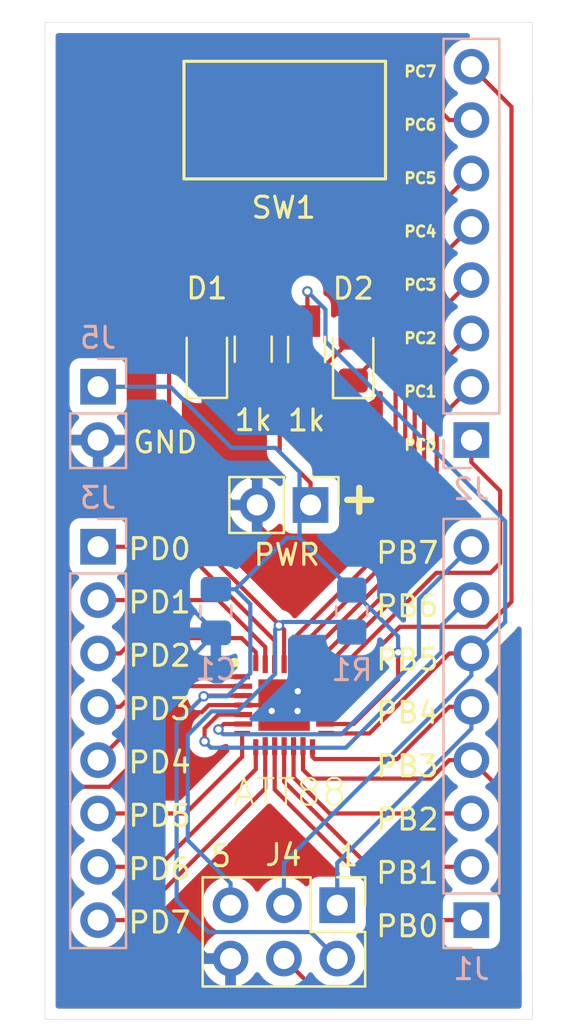
<source format=kicad_pcb>
(kicad_pcb (version 20201116) (generator pcbnew)
  (title_block (title "Breakout board for ATTiny 88") (date "2020-12-09") (rev "V 1.0.0.1") (comment 3 "License: Mozilla Public License 2.0") (comment 4 "Author: John Varghese"))
  (layers (0 "F.Cu" signal) (31 "B.Cu" signal) (34 "B.Paste" user) (35 "F.Paste" user) (36 "B.SilkS" user "B.Silkscreen") (37 "F.SilkS" user "F.Silkscreen") (38 "B.Mask" user) (39 "F.Mask" user) (44 "Edge.Cuts" user))
  (net 0 "")
  (net 1 "GND")
  (net 2 "VCC")
  (net 3 "Net-(D1-Pad2)")
  (net 4 "Net-(D2-Pad2)")
  (net 5 "PC3")
  (net 6 "PC2")
  (net 7 "PC1")
  (net 8 "PC0")
  (net 9 "PB7")
  (net 10 "PB6")
  (net 11 "PC6")
  (net 12 "MISO")
  (net 13 "MOSI")
  (net 14 "PB2")
  (net 15 "PB1")
  (net 16 "PB0")
  (net 17 "PB5")
  (net 18 "PD7")
  (net 19 "PD6")
  (net 20 "PD5")
  (net 21 "PD4")
  (net 22 "PD3")
  (net 23 "PD2")
  (net 24 "PD1")
  (net 25 "PD0")
  (net 26 "PC7")
  (net 27 "PC5")
  (net 28 "PC4")
  (footprint "LED_SMD:LED_0805_2012Metric_Pad1.15x1.40mm_HandSolder" (layer "F.Cu") (at 151.76 96.06 90)
    (fp_text reference "D2" (at 3.35438 0) (layer "F.SilkS"))
    (fp_text value "LED")
    (fp_line (start -1.86 -0.96) (end -1.86 0.96) (layer "F.SilkS") (width 0.12))
    (fp_line (start 1 -0.96) (end -1.86 -0.96) (layer "F.SilkS") (width 0.12))
    (fp_line (start -1.86 0.96) (end 1 0.96) (layer "F.SilkS") (width 0.12))
    (pad "1" smd roundrect (at -1.025 0 90) (size 1.15 1.4) (layers "F.Cu" "F.Paste" "F.Mask") (roundrect_rratio 0.217391) (net 1 "GND"))
    (pad "2" smd roundrect (at 1.025 0 90) (size 1.15 1.4) (layers "F.Cu" "F.Paste" "F.Mask") (roundrect_rratio 0.217391) (net 4 "Net-(D2-Pad2)"))
  )
  (footprint "Connector_PinHeader_2.54mm:PinHeader_2x03_P2.54mm_Vertical" (layer "F.Cu") (at 151 122.07 -90)
    (fp_text reference "J4" (at -2.39 2.56) (layer "F.SilkS"))
    (fp_text value "AVR-ISP-6")
    (fp_line (start -1.33 1.27) (end -1.33 6.41) (layer "F.SilkS") (width 0.12))
    (fp_line (start 1.27 1.27) (end 1.27 -1.33) (layer "F.SilkS") (width 0.12))
    (fp_line (start -1.33 -1.33) (end 0 -1.33) (layer "F.SilkS") (width 0.12))
    (fp_line (start -1.33 1.27) (end 1.27 1.27) (layer "F.SilkS") (width 0.12))
    (fp_line (start 3.87 -1.33) (end 3.87 6.41) (layer "F.SilkS") (width 0.12))
    (fp_line (start 1.27 -1.33) (end 3.87 -1.33) (layer "F.SilkS") (width 0.12))
    (fp_line (start -1.33 6.41) (end 3.87 6.41) (layer "F.SilkS") (width 0.12))
    (fp_line (start -1.33 0) (end -1.33 -1.33) (layer "F.SilkS") (width 0.12))
    (pad "1" thru_hole rect (at 0 0 270) (size 1.7 1.7) (drill 1) (layers *.Cu *.Mask) (net 12 "MISO"))
    (pad "2" thru_hole oval (at 2.54 0 270) (size 1.7 1.7) (drill 1) (layers *.Cu *.Mask) (net 2 "VCC"))
    (pad "3" thru_hole oval (at 0 2.54 270) (size 1.7 1.7) (drill 1) (layers *.Cu *.Mask) (net 17 "PB5"))
    (pad "4" thru_hole oval (at 2.54 2.54 270) (size 1.7 1.7) (drill 1) (layers *.Cu *.Mask) (net 13 "MOSI"))
    (pad "5" thru_hole oval (at 0 5.08 270) (size 1.7 1.7) (drill 1) (layers *.Cu *.Mask) (net 11 "PC6"))
    (pad "6" thru_hole oval (at 2.54 5.08 270) (size 1.7 1.7) (drill 1) (layers *.Cu *.Mask) (net 1 "GND"))
  )
  (footprint "Resistors_SMD:R_0805_HandSoldering" (layer "F.Cu") (at 147 95.59 -90)
    (fp_text reference "R2")
    (fp_text value "1k" (at 3.37688 -0.001746) (layer "F.SilkS"))
    (fp_line (start -0.6 -0.88) (end 0.6 -0.88) (layer "F.SilkS") (width 0.12))
    (fp_line (start 0.6 0.88) (end -0.6 0.88) (layer "F.SilkS") (width 0.12))
    (pad "1" smd rect (at -1.35 0 270) (size 1.5 1.3) (layers "F.Cu" "F.Paste" "F.Mask") (net 2 "VCC"))
    (pad "2" smd rect (at 1.35 0 270) (size 1.5 1.3) (layers "F.Cu" "F.Paste" "F.Mask") (net 3 "Net-(D1-Pad2)"))
  )
  (footprint "rest_switch:push_button_switch" (layer "F.Cu") (at 148.5 84.68 180)
    (fp_text reference "SW1" (at 0.05 -4.17 180) (layer "F.SilkS"))
    (fp_text value "SW")
    (fp_line (start 4.8 2.8) (end 4.8 -2.8) (layer "F.SilkS") (width 0.15))
    (fp_line (start -4.8 2.8) (end 4.8 2.8) (layer "F.SilkS") (width 0.15))
    (fp_line (start -4.8 -2.8) (end 4.8 -2.8) (layer "F.SilkS") (width 0.15))
    (fp_line (start -4.8 -2.8) (end -4.8 2.8) (layer "F.SilkS") (width 0.15))
    (pad "1" smd rect (at -3.9 0 180) (size 1.5 1.4) (layers "F.Cu" "F.Paste" "F.Mask") (net 1 "GND"))
    (pad "2" smd rect (at 3.9 0 180) (size 1.5 1.4) (layers "F.Cu" "F.Paste" "F.Mask") (net 11 "PC6"))
    (pad "3" smd rect (at -3.2 -2.075 180) (size 1 1.15) (layers "F.Cu" "F.Paste" "F.Mask"))
    (pad "4" smd rect (at 3.2 2.075 180) (size 1 1.15) (layers "F.Cu" "F.Paste" "F.Mask"))
  )
  (footprint "SamacSys_Parts:QFN45P400X400X100-29N-D" (layer "F.Cu") (at 148.47 112.54)
    (fp_text reference "U1")
    (fp_text value "ATT88" (at 0.27 4.16) (layer "F.SilkS") (effects (font (size 1.27 1.27) (thickness 0.1016))))
    (fp_circle (center -2.3745 -2.025) (end -2.3745 -1.9125) (layer "F.SilkS") (width 0.225) (fill none))
    (pad "1" smd rect (at -2 -1.35 90) (size 0.25 0.75) (layers "F.Cu" "F.Paste" "F.Mask") (net 22 "PD3"))
    (pad "2" smd rect (at -1.95 -0.9 90) (size 0.25 0.85) (layers "F.Cu" "F.Paste" "F.Mask") (net 21 "PD4"))
    (pad "3" smd rect (at -1.95 -0.45 90) (size 0.25 0.85) (layers "F.Cu" "F.Paste" "F.Mask") (net 2 "VCC"))
    (pad "4" smd rect (at -1.95 0 90) (size 0.25 0.85) (layers "F.Cu" "F.Paste" "F.Mask") (net 1 "GND"))
    (pad "5" smd rect (at -1.95 0.45 90) (size 0.25 0.85) (layers "F.Cu" "F.Paste" "F.Mask") (net 10 "PB6"))
    (pad "6" smd rect (at -1.95 0.9 90) (size 0.25 0.85) (layers "F.Cu" "F.Paste" "F.Mask") (net 9 "PB7"))
    (pad "7" smd rect (at -2 1.35 90) (size 0.25 0.75) (layers "F.Cu" "F.Paste" "F.Mask") (net 20 "PD5"))
    (pad "8" smd rect (at -1.35 2) (size 0.25 0.75) (layers "F.Cu" "F.Paste" "F.Mask") (net 19 "PD6"))
    (pad "9" smd rect (at -0.9 1.95) (size 0.25 0.85) (layers "F.Cu" "F.Paste" "F.Mask") (net 18 "PD7"))
    (pad "10" smd rect (at -0.45 1.95) (size 0.25 0.85) (layers "F.Cu" "F.Paste" "F.Mask") (net 16 "PB0"))
    (pad "11" smd rect (at 0 1.95) (size 0.25 0.85) (layers "F.Cu" "F.Paste" "F.Mask") (net 15 "PB1"))
    (pad "12" smd rect (at 0.45 1.95) (size 0.25 0.85) (layers "F.Cu" "F.Paste" "F.Mask") (net 14 "PB2"))
    (pad "13" smd rect (at 0.9 1.95) (size 0.25 0.85) (layers "F.Cu" "F.Paste" "F.Mask") (net 13 "MOSI"))
    (pad "14" smd rect (at 1.35 2) (size 0.25 0.75) (layers "F.Cu" "F.Paste" "F.Mask") (net 12 "MISO"))
    (pad "15" smd rect (at 2 1.35 90) (size 0.25 0.75) (layers "F.Cu" "F.Paste" "F.Mask") (net 17 "PB5"))
    (pad "16" smd rect (at 1.95 0.9 90) (size 0.25 0.85) (layers "F.Cu" "F.Paste" "F.Mask") (net 2 "VCC"))
    (pad "17" smd rect (at 1.95 0.45 90) (size 0.25 0.85) (layers "F.Cu" "F.Paste" "F.Mask") (net 26 "PC7"))
    (pad "18" smd rect (at 1.95 0 90) (size 0.25 0.85) (layers "F.Cu" "F.Paste" "F.Mask") (net 1 "GND"))
    (pad "19" smd rect (at 1.95 -0.45 90) (size 0.25 0.85) (layers "F.Cu" "F.Paste" "F.Mask") (net 8 "PC0"))
    (pad "20" smd rect (at 1.95 -0.9 90) (size 0.25 0.85) (layers "F.Cu" "F.Paste" "F.Mask") (net 7 "PC1"))
    (pad "21" smd rect (at 2 -1.35 90) (size 0.25 0.75) (layers "F.Cu" "F.Paste" "F.Mask") (net 6 "PC2"))
    (pad "22" smd rect (at 1.35 -2) (size 0.25 0.75) (layers "F.Cu" "F.Paste" "F.Mask") (net 5 "PC3"))
    (pad "23" smd rect (at 0.9 -1.95) (size 0.25 0.85) (layers "F.Cu" "F.Paste" "F.Mask") (net 28 "PC4"))
    (pad "24" smd rect (at 0.45 -1.95) (size 0.25 0.85) (layers "F.Cu" "F.Paste" "F.Mask") (net 27 "PC5"))
    (pad "25" smd rect (at 0 -1.95) (size 0.25 0.85) (layers "F.Cu" "F.Paste" "F.Mask") (net 11 "PC6"))
    (pad "26" smd rect (at -0.45 -1.95) (size 0.25 0.85) (layers "F.Cu" "F.Paste" "F.Mask") (net 25 "PD0"))
    (pad "27" smd rect (at -0.9 -1.95) (size 0.25 0.85) (layers "F.Cu" "F.Paste" "F.Mask") (net 24 "PD1"))
    (pad "28" smd rect (at -1.35 -2) (size 0.25 0.75) (layers "F.Cu" "F.Paste" "F.Mask") (net 23 "PD2"))
    (pad "29" smd rect (at 0 0) (size 2.45 2.45) (layers "F.Cu" "F.Paste" "F.Mask") (net 1 "GND"))
  )
  (footprint "LED_SMD:LED_0805_2012Metric_Pad1.15x1.40mm_HandSolder" (layer "F.Cu") (at 144.79 96.05 90)
    (fp_text reference "D1" (at 3.35438 0) (layer "F.SilkS"))
    (fp_text value "LED")
    (fp_line (start 1 -0.96) (end -1.86 -0.96) (layer "F.SilkS") (width 0.12))
    (fp_line (start -1.86 -0.96) (end -1.86 0.96) (layer "F.SilkS") (width 0.12))
    (fp_line (start -1.86 0.96) (end 1 0.96) (layer "F.SilkS") (width 0.12))
    (pad "1" smd roundrect (at -1.025 0 90) (size 1.15 1.4) (layers "F.Cu" "F.Paste" "F.Mask") (roundrect_rratio 0.217391) (net 1 "GND"))
    (pad "2" smd roundrect (at 1.025 0 90) (size 1.15 1.4) (layers "F.Cu" "F.Paste" "F.Mask") (roundrect_rratio 0.217391) (net 3 "Net-(D1-Pad2)"))
  )
  (footprint "Resistors_SMD:R_0805_HandSoldering" (layer "F.Cu") (at 149.54 95.605 -90)
    (fp_text reference "R3")
    (fp_text value "1k" (at 3.37688 0.001746) (layer "F.SilkS"))
    (fp_line (start -0.6 -0.88) (end 0.6 -0.88) (layer "F.SilkS") (width 0.12))
    (fp_line (start 0.6 0.88) (end -0.6 0.88) (layer "F.SilkS") (width 0.12))
    (pad "1" smd rect (at -1.35 0 270) (size 1.5 1.3) (layers "F.Cu" "F.Paste" "F.Mask") (net 17 "PB5"))
    (pad "2" smd rect (at 1.35 0 270) (size 1.5 1.3) (layers "F.Cu" "F.Paste" "F.Mask") (net 4 "Net-(D2-Pad2)"))
  )
  (footprint "Connector_PinHeader_2.54mm:PinHeader_1x02_P2.54mm_Vertical" (layer "F.Cu") (at 149.73 103.01 -90)
    (fp_text reference "J6")
    (fp_text value "Conn_01x02")
    (fp_text user "PWR" (at 2.37 1.13) (layer "F.SilkS"))
    (fp_line (start -1.33 3.87) (end 1.33 3.87) (layer "F.SilkS") (width 0.12))
    (fp_line (start -1.33 1.27) (end 1.33 1.27) (layer "F.SilkS") (width 0.12))
    (fp_line (start 1.33 1.27) (end 1.33 3.87) (layer "F.SilkS") (width 0.12))
    (fp_line (start -1.33 0) (end -1.33 -1.33) (layer "F.SilkS") (width 0.12))
    (fp_line (start -1.33 1.27) (end -1.33 3.87) (layer "F.SilkS") (width 0.12))
    (fp_line (start -1.33 -1.33) (end 0 -1.33) (layer "F.SilkS") (width 0.12))
    (pad "1" thru_hole rect (at 0 0 270) (size 1.7 1.7) (drill 1) (layers *.Cu *.Mask) (net 2 "VCC"))
    (pad "2" thru_hole oval (at 0 2.54 270) (size 1.7 1.7) (drill 1) (layers *.Cu *.Mask) (net 1 "GND"))
  )
  (footprint "Capacitor_SMD:C_0805_2012Metric_Pad1.18x1.45mm_HandSolder" (layer "B.Cu") (at 145.22 108.06 90)
    (fp_text reference "C1" (at -2.78 0.005) (layer "B.SilkS") (effects (justify mirror)))
    (fp_text value "0.1uF")
    (fp_line (start -0.261252 0.735) (end 0.261252 0.735) (layer "B.SilkS") (width 0.12))
    (fp_line (start -0.261252 -0.735) (end 0.261252 -0.735) (layer "B.SilkS") (width 0.12))
    (pad "1" smd roundrect (at -1.0375 0 90) (size 1.175 1.45) (layers "B.Cu" "B.Paste" "B.Mask") (roundrect_rratio 0.212766) (net 1 "GND"))
    (pad "2" smd roundrect (at 1.0375 0 90) (size 1.175 1.45) (layers "B.Cu" "B.Paste" "B.Mask") (roundrect_rratio 0.212766) (net 2 "VCC"))
  )
  (footprint "Connector_PinHeader_2.54mm:PinHeader_1x08_P2.54mm_Vertical" (layer "B.Cu") (at 157.39 122.78)
    (fp_text reference "J1" (at 0 2.33 180) (layer "B.SilkS") (effects (justify mirror)))
    (fp_text value "Conn_01x08")
    (fp_line (start -1.33 -19.11) (end 1.33 -19.11) (layer "B.SilkS") (width 0.12))
    (fp_line (start -1.33 1.33) (end 0 1.33) (layer "B.SilkS") (width 0.12))
    (fp_line (start -1.33 -1.27) (end 1.33 -1.27) (layer "B.SilkS") (width 0.12))
    (fp_line (start -1.33 -1.27) (end -1.33 -19.11) (layer "B.SilkS") (width 0.12))
    (fp_line (start -1.33 0) (end -1.33 1.33) (layer "B.SilkS") (width 0.12))
    (fp_line (start 1.33 -1.27) (end 1.33 -19.11) (layer "B.SilkS") (width 0.12))
    (pad "1" thru_hole rect (at 0 0) (size 1.7 1.7) (drill 1) (layers *.Cu *.Mask) (net 16 "PB0"))
    (pad "2" thru_hole oval (at 0 -2.54) (size 1.7 1.7) (drill 1) (layers *.Cu *.Mask) (net 15 "PB1"))
    (pad "3" thru_hole oval (at 0 -5.08) (size 1.7 1.7) (drill 1) (layers *.Cu *.Mask) (net 14 "PB2"))
    (pad "4" thru_hole oval (at 0 -7.62) (size 1.7 1.7) (drill 1) (layers *.Cu *.Mask) (net 13 "MOSI"))
    (pad "5" thru_hole oval (at 0 -10.16) (size 1.7 1.7) (drill 1) (layers *.Cu *.Mask) (net 12 "MISO"))
    (pad "6" thru_hole oval (at 0 -12.7) (size 1.7 1.7) (drill 1) (layers *.Cu *.Mask) (net 17 "PB5"))
    (pad "7" thru_hole oval (at 0 -15.24) (size 1.7 1.7) (drill 1) (layers *.Cu *.Mask) (net 10 "PB6"))
    (pad "8" thru_hole oval (at 0 -17.78) (size 1.7 1.7) (drill 1) (layers *.Cu *.Mask) (net 9 "PB7"))
  )
  (footprint "Resistor_SMD:R_0805_2012Metric_Pad1.20x1.40mm_HandSolder" (layer "B.Cu") (at 151.69 108.06 -90)
    (fp_text reference "R1" (at 2.81 -0.01) (layer "B.SilkS") (effects (justify mirror)))
    (fp_text value "10k")
    (fp_line (start -0.227064 -0.735) (end 0.227064 -0.735) (layer "B.SilkS") (width 0.12))
    (fp_line (start -0.227064 0.735) (end 0.227064 0.735) (layer "B.SilkS") (width 0.12))
    (pad "1" smd roundrect (at -1 0 270) (size 1.2 1.4) (layers "B.Cu" "B.Paste" "B.Mask") (roundrect_rratio 0.208333) (net 2 "VCC"))
    (pad "2" smd roundrect (at 1 0 270) (size 1.2 1.4) (layers "B.Cu" "B.Paste" "B.Mask") (roundrect_rratio 0.208333) (net 11 "PC6"))
  )
  (footprint "Connector_PinHeader_2.54mm:PinHeader_1x08_P2.54mm_Vertical" (layer "B.Cu") (at 157.39 99.92)
    (fp_text reference "J2" (at 0 2.33 180) (layer "B.SilkS") (effects (justify mirror)))
    (fp_text value "Conn_01x08")
    (fp_line (start -1.33 1.33) (end 0 1.33) (layer "B.SilkS") (width 0.12))
    (fp_line (start -1.33 -19.11) (end 1.33 -19.11) (layer "B.SilkS") (width 0.12))
    (fp_line (start 1.33 -1.27) (end 1.33 -19.11) (layer "B.SilkS") (width 0.12))
    (fp_line (start -1.33 -1.27) (end -1.33 -19.11) (layer "B.SilkS") (width 0.12))
    (fp_line (start -1.33 -1.27) (end 1.33 -1.27) (layer "B.SilkS") (width 0.12))
    (fp_line (start -1.33 0) (end -1.33 1.33) (layer "B.SilkS") (width 0.12))
    (pad "1" thru_hole rect (at 0 0) (size 1.7 1.7) (drill 1) (layers *.Cu *.Mask) (net 8 "PC0"))
    (pad "2" thru_hole oval (at 0 -2.54) (size 1.7 1.7) (drill 1) (layers *.Cu *.Mask) (net 7 "PC1"))
    (pad "3" thru_hole oval (at 0 -5.08) (size 1.7 1.7) (drill 1) (layers *.Cu *.Mask) (net 6 "PC2"))
    (pad "4" thru_hole oval (at 0 -7.62) (size 1.7 1.7) (drill 1) (layers *.Cu *.Mask) (net 5 "PC3"))
    (pad "5" thru_hole oval (at 0 -10.16) (size 1.7 1.7) (drill 1) (layers *.Cu *.Mask) (net 28 "PC4"))
    (pad "6" thru_hole oval (at 0 -12.7) (size 1.7 1.7) (drill 1) (layers *.Cu *.Mask) (net 27 "PC5"))
    (pad "7" thru_hole oval (at 0 -15.24) (size 1.7 1.7) (drill 1) (layers *.Cu *.Mask) (net 11 "PC6"))
    (pad "8" thru_hole oval (at 0 -17.78) (size 1.7 1.7) (drill 1) (layers *.Cu *.Mask) (net 26 "PC7"))
  )
  (footprint "Connector_PinHeader_2.54mm:PinHeader_1x02_P2.54mm_Vertical" (layer "B.Cu") (at 139.61 97.38 180)
    (fp_text reference "J5" (at 0 2.33) (layer "B.SilkS") (effects (justify mirror)))
    (fp_text value "Conn_01x02")
    (fp_line (start -1.33 -1.27) (end -1.33 -3.87) (layer "B.SilkS") (width 0.12))
    (fp_line (start -1.33 -3.87) (end 1.33 -3.87) (layer "B.SilkS") (width 0.12))
    (fp_line (start -1.33 -1.27) (end 1.33 -1.27) (layer "B.SilkS") (width 0.12))
    (fp_line (start 1.33 -1.27) (end 1.33 -3.87) (layer "B.SilkS") (width 0.12))
    (fp_line (start -1.33 1.33) (end 0 1.33) (layer "B.SilkS") (width 0.12))
    (fp_line (start -1.33 0) (end -1.33 1.33) (layer "B.SilkS") (width 0.12))
    (pad "1" thru_hole rect (at 0 0 180) (size 1.7 1.7) (drill 1) (layers *.Cu *.Mask) (net 2 "VCC"))
    (pad "2" thru_hole oval (at 0 -2.54 180) (size 1.7 1.7) (drill 1) (layers *.Cu *.Mask) (net 1 "GND"))
  )
  (footprint "Connector_PinHeader_2.54mm:PinHeader_1x08_P2.54mm_Vertical" (layer "B.Cu") (at 139.61 105 180)
    (fp_text reference "J3" (at 0 2.33 180) (layer "B.SilkS") (effects (justify mirror)))
    (fp_text value "Conn_01x08")
    (fp_line (start -1.33 1.33) (end 0 1.33) (layer "B.SilkS") (width 0.12))
    (fp_line (start -1.33 -1.27) (end -1.33 -19.11) (layer "B.SilkS") (width 0.12))
    (fp_line (start -1.33 0) (end -1.33 1.33) (layer "B.SilkS") (width 0.12))
    (fp_line (start -1.33 -1.27) (end 1.33 -1.27) (layer "B.SilkS") (width 0.12))
    (fp_line (start 1.33 -1.27) (end 1.33 -19.11) (layer "B.SilkS") (width 0.12))
    (fp_line (start -1.33 -19.11) (end 1.33 -19.11) (layer "B.SilkS") (width 0.12))
    (pad "1" thru_hole rect (at 0 0 180) (size 1.7 1.7) (drill 1) (layers *.Cu *.Mask) (net 25 "PD0"))
    (pad "2" thru_hole oval (at 0 -2.54 180) (size 1.7 1.7) (drill 1) (layers *.Cu *.Mask) (net 24 "PD1"))
    (pad "3" thru_hole oval (at 0 -5.08 180) (size 1.7 1.7) (drill 1) (layers *.Cu *.Mask) (net 23 "PD2"))
    (pad "4" thru_hole oval (at 0 -7.62 180) (size 1.7 1.7) (drill 1) (layers *.Cu *.Mask) (net 22 "PD3"))
    (pad "5" thru_hole oval (at 0 -10.16 180) (size 1.7 1.7) (drill 1) (layers *.Cu *.Mask) (net 21 "PD4"))
    (pad "6" thru_hole oval (at 0 -12.7 180) (size 1.7 1.7) (drill 1) (layers *.Cu *.Mask) (net 20 "PD5"))
    (pad "7" thru_hole oval (at 0 -15.24 180) (size 1.7 1.7) (drill 1) (layers *.Cu *.Mask) (net 19 "PD6"))
    (pad "8" thru_hole oval (at 0 -17.78 180) (size 1.7 1.7) (drill 1) (layers *.Cu *.Mask) (net 18 "PD7"))
  )
  (gr_rect (start 137.08 80.03) (end 160.29 127.5) (layer "Edge.Cuts") (width 0.0254) (fill none))
  (gr_text "PB4" (at 154.34 112.91) (layer "F.SilkS") (effects (font (size 1 1))))
  (gr_text "PB2" (at 154.34 117.99) (layer "F.SilkS") (effects (font (size 1 1))))
  (gr_text "PD0" (at 142.54 105.11) (layer "F.SilkS") (effects (font (size 1 1))))
  (gr_text "1" (at 151.52 119.7) (layer "F.SilkS") (effects (font (size 1 1))))
  (gr_text "PC3" (at 154.96 92.53) (layer "F.SilkS") (effects (font (size 0.508 0.508) (thickness 0.127))))
  (gr_text "PD2" (at 142.54 110.19) (layer "F.SilkS") (effects (font (size 1 1))))
  (gr_text "PD7" (at 142.54 122.89) (layer "F.SilkS") (effects (font (size 1 1))))
  (gr_text "PC0" (at 154.96 100.15) (layer "F.SilkS") (effects (font (size 0.508 0.508) (thickness 0.127))))
  (gr_text "PC6" (at 154.96 84.91) (layer "F.SilkS") (effects (font (size 0.508 0.508) (thickness 0.127))))
  (gr_text "5" (at 145.46 119.73) (layer "F.SilkS") (effects (font (size 1 1))))
  (gr_text "PB5" (at 154.34 110.37) (layer "F.SilkS") (effects (font (size 1 1))))
  (gr_text "PC5" (at 154.96 87.45) (layer "F.SilkS") (effects (font (size 0.508 0.508) (thickness 0.127))))
  (gr_text "PD6" (at 142.54 120.35) (layer "F.SilkS") (effects (font (size 1 1))))
  (gr_text "PB6" (at 154.34 107.83) (layer "F.SilkS") (effects (font (size 1 1))))
  (gr_text "PC4" (at 154.96 89.99) (layer "F.SilkS") (effects (font (size 0.508 0.508) (thickness 0.127))))
  (gr_text "+" (at 152.05 102.66) (layer "F.SilkS") (effects (font (size 1.5 1.5) (thickness 0.3)) (justify mirror)))
  (gr_text "PC1" (at 154.96 97.61) (layer "F.SilkS") (effects (font (size 0.508 0.508) (thickness 0.127))))
  (gr_text "PD3" (at 142.54 112.73) (layer "F.SilkS") (effects (font (size 1 1))))
  (gr_text "GND" (at 142.81 100.03) (layer "F.SilkS") (effects (font (size 1 1))))
  (gr_text "PC7" (at 154.96 82.37) (layer "F.SilkS") (effects (font (size 0.508 0.508) (thickness 0.127))))
  (gr_text "PB1" (at 154.34 120.53) (layer "F.SilkS") (effects (font (size 1 1))))
  (gr_text "PB3" (at 154.34 115.45) (layer "F.SilkS") (effects (font (size 1 1))))
  (gr_text "PB7" (at 154.34 105.29) (layer "F.SilkS") (effects (font (size 1 1))))
  (gr_text "PD5" (at 142.54 117.81) (layer "F.SilkS") (effects (font (size 1 1))))
  (gr_text "PB0" (at 154.34 123.07) (layer "F.SilkS") (effects (font (size 1 1))))
  (gr_text "PD1" (at 142.54 107.65) (layer "F.SilkS") (effects (font (size 1 1))))
  (gr_text "PD4" (at 142.54 115.27) (layer "F.SilkS") (effects (font (size 1 1))))
  (gr_text "PC2" (at 154.96 95.07) (layer "F.SilkS") (effects (font (size 0.508 0.508) (thickness 0.127))))
  (segment (start 148.47 112.54) (end 147.97 112.54) (width 0.2) (layer "F.Cu") (net 1))
  (segment (start 150.42 112.54) (end 149.2 112.54) (width 0.2) (layer "F.Cu") (net 1))
  (segment (start 147.97 112.54) (end 147.0447 112.54) (width 0.2) (layer "F.Cu") (net 1))
  (segment (start 147.19 103.91) (end 148.12 104.84) (width 0.2) (layer "F.Cu") (net 1))
  (segment (start 138.03 123.42) (end 139.22 124.61) (width 0.2) (layer "F.Cu") (net 1))
  (segment (start 144.886002 112.54) (end 144.546002 112.88) (width 0.2) (layer "F.Cu") (net 1))
  (segment (start 153.13 86.3103) (end 152.4 85.5803) (width 0.2) (layer "F.Cu") (net 1))
  (segment (start 150.91 104.84) (end 151.76 103.99) (width 0.2) (layer "F.Cu") (net 1))
  (segment (start 146.52 112.54) (end 147.0447 112.54) (width 0.2) (layer "F.Cu") (net 1))
  (segment (start 147.19 103.01) (end 147.19 102.973) (width 0.2) (layer "F.Cu") (net 1))
  (segment (start 151.76 97.085) (end 153.13 95.715) (width 0.2) (layer "F.Cu") (net 1))
  (segment (start 138.03 117.15) (end 138.03 123.42) (width 0.2) (layer "F.Cu") (net 1))
  (segment (start 140.1402 116.43) (end 138.75 116.43) (width 0.2) (layer "F.Cu") (net 1))
  (segment (start 143.6902 112.88) (end 140.1402 116.43) (width 0.2) (layer "F.Cu") (net 1))
  (segment (start 147.19 102.973) (end 147.19 103.91) (width 0.2) (layer "F.Cu") (net 1))
  (segment (start 153.13 95.715) (end 153.13 86.3103) (width 0.2) (layer "F.Cu") (net 1))
  (segment (start 144.79 99.5597) (end 144.79 97.075) (width 0.2) (layer "F.Cu") (net 1))
  (segment (start 149.2 112.54) (end 148.47 112.54) (width 0.2) (layer "F.Cu") (net 1))
  (segment (start 139.22 124.61) (end 145.92 124.61) (width 0.2) (layer "F.Cu") (net 1))
  (segment (start 146.52 112.54) (end 144.886002 112.54) (width 0.2) (layer "F.Cu") (net 1))
  (segment (start 147.19 101.9597) (end 144.79 99.5597) (width 0.2) (layer "F.Cu") (net 1))
  (segment (start 148.12 104.84) (end 150.91 104.84) (width 0.2) (layer "F.Cu") (net 1))
  (segment (start 144.546002 112.88) (end 143.6902 112.88) (width 0.2) (layer "F.Cu") (net 1))
  (segment (start 152.4 85.5803) (end 152.4 84.68) (width 0.2) (layer "F.Cu") (net 1))
  (segment (start 147.19 102.973) (end 147.19 101.9597) (width 0.2) (layer "F.Cu") (net 1))
  (segment (start 151.76 103.99) (end 151.76 97.085) (width 0.2) (layer "F.Cu") (net 1))
  (segment (start 138.75 116.43) (end 138.03 117.15) (width 0.2) (layer "F.Cu") (net 1))
  (via (at 147.88 112.82) (size 0.5) (drill 0.3) (layers "F.Cu" "B.Cu") (net 1))
  (via (at 149.12 111.88) (size 0.5) (drill 0.3) (layers "F.Cu" "B.Cu") (net 1))
  (via (at 149.11 112.82) (size 0.5) (drill 0.3) (layers "F.Cu" "B.Cu") (net 1))
  (segment (start 143.0497 99.92) (end 146.1397 103.01) (width 0.2) (layer "B.Cu") (net 1))
  (segment (start 143.77 104.65) (end 143.77 107.6475) (width 0.2) (layer "B.Cu") (net 1))
  (segment (start 146.1397 103.01) (end 145.41 103.01) (width 0.2) (layer "B.Cu") (net 1))
  (segment (start 142.72 122.42) (end 144.91 124.61) (width 0.2) (layer "B.Cu") (net 1))
  (segment (start 143.77 107.6475) (end 145.22 109.0975) (width 0.2) (layer "B.Cu") (net 1))
  (segment (start 145.22 109.0975) (end 142.72 111.5975) (width 0.2) (layer "B.Cu") (net 1))
  (segment (start 139.61 99.92) (end 143.0497 99.92) (width 0.2) (layer "B.Cu") (net 1))
  (segment (start 144.91 124.61) (end 145.92 124.61) (width 0.2) (layer "B.Cu") (net 1))
  (segment (start 142.72 111.5975) (end 142.72 122.42) (width 0.2) (layer "B.Cu") (net 1))
  (segment (start 145.41 103.01) (end 143.77 104.65) (width 0.2) (layer "B.Cu") (net 1))
  (segment (start 147.19 103.01) (end 146.1397 103.01) (width 0.2) (layer "B.Cu") (net 1))
  (segment (start 150.42 113.44) (end 151.78 113.44) (width 0.2) (layer "F.Cu") (net 2))
  (segment (start 146.52 112.09) (end 144.67 112.09) (width 0.2) (layer "F.Cu") (net 2))
  (segment (start 153.25 111.97) (end 153.9 111.32) (width 0.2) (layer "F.Cu") (net 2))
  (segment (start 148.2603 95.5003) (end 148.2603 100.49) (width 0.2) (layer "F.Cu") (net 2))
  (segment (start 149.73 101.9597) (end 149.73 103.01) (width 0.2) (layer "F.Cu") (net 2))
  (segment (start 147 94.24) (end 148.2603 95.5003) (width 0.2) (layer "F.Cu") (net 2))
  (segment (start 144.67 112.09) (end 144.64 112.12) (width 0.2) (layer "F.Cu") (net 2))
  (segment (start 153.9 111.32) (end 153.9 110.03) (width 0.2) (layer "F.Cu") (net 2))
  (segment (start 148.2603 100.49) (end 149.73 101.9597) (width 0.2) (layer "F.Cu") (net 2))
  (segment (start 151.78 113.44) (end 153.25 111.97) (width 0.2) (layer "F.Cu") (net 2))
  (via (at 153.9 110.03) (size 0.5) (layers "F.Cu" "B.Cu") (net 2))
  (via (at 144.64 112.12) (size 0.5) (layers "F.Cu" "B.Cu") (net 2))
  (segment (start 149.2049 103.01) (end 149.2049 101.4349) (width 0.2) (layer "B.Cu") (net 2))
  (segment (start 153.9 109.27) (end 153.9 110.03) (width 0.2) (layer "B.Cu") (net 2))
  (segment (start 149.2049 104.5749) (end 151.69 107.06) (width 0.2) (layer "B.Cu") (net 2))
  (segment (start 143.0497 97.38) (end 139.61 97.38) (width 0.2) (layer "B.Cu") (net 2))
  (segment (start 145.9597 100.29) (end 143.0497 97.38) (width 0.2) (layer "B.Cu") (net 2))
  (segment (start 149.2049 104.5749) (end 148.5997 104.5749) (width 0.2) (layer "B.Cu") (net 2))
  (segment (start 149.73 103.01) (end 149.2049 103.01) (width 0.2) (layer "B.Cu") (net 2))
  (segment (start 143.35 113.41) (end 143.35 121.83) (width 0.2) (layer "B.Cu") (net 2))
  (segment (start 146.86 107.7304) (end 146.86 111.0244) (width 0.2) (layer "B.Cu") (net 2))
  (segment (start 146.86 111.0244) (end 145.7644 112.12) (width 0.2) (layer "B.Cu") (net 2))
  (segment (start 149.2049 103.01) (end 149.2049 104.5749) (width 0.2) (layer "B.Cu") (net 2))
  (segment (start 146.1521 107.0225) (end 145.22 107.0225) (width 0.2) (layer "B.Cu") (net 2))
  (segment (start 151.69 107.06) (end 153.9 109.27) (width 0.2) (layer "B.Cu") (net 2))
  (segment (start 149.7373 123.3473) (end 151 124.61) (width 0.2) (layer "B.Cu") (net 2))
  (segment (start 143.35 121.83) (end 144.8673 123.3473) (width 0.2) (layer "B.Cu") (net 2))
  (segment (start 149.2049 101.4349) (end 148.06 100.29) (width 0.2) (layer "B.Cu") (net 2))
  (segment (start 148.06 100.29) (end 145.9597 100.29) (width 0.2) (layer "B.Cu") (net 2))
  (segment (start 145.7644 112.12) (end 144.64 112.12) (width 0.2) (layer "B.Cu") (net 2))
  (segment (start 146.1521 107.0225) (end 146.86 107.7304) (width 0.2) (layer "B.Cu") (net 2))
  (segment (start 148.5997 104.5749) (end 146.1521 107.0225) (width 0.2) (layer "B.Cu") (net 2))
  (segment (start 144.64 112.12) (end 143.35 113.41) (width 0.2) (layer "B.Cu") (net 2))
  (segment (start 144.8673 123.3473) (end 149.7373 123.3473) (width 0.2) (layer "B.Cu") (net 2))
  (segment (start 146.5597 96.955) (end 147.41 96.955) (width 0.2) (layer "F.Cu") (net 3))
  (segment (start 144.79 95.025) (end 146.5597 96.7947) (width 0.2) (layer "F.Cu") (net 3))
  (segment (start 146.5597 96.7947) (end 146.5597 96.955) (width 0.2) (layer "F.Cu") (net 3))
  (segment (start 150.3903 96.955) (end 150.3903 96.4047) (width 0.2) (layer "F.Cu") (net 4))
  (segment (start 149.54 96.955) (end 150.3903 96.955) (width 0.2) (layer "F.Cu") (net 4))
  (segment (start 150.3903 96.4047) (end 151.76 95.035) (width 0.2) (layer "F.Cu") (net 4))
  (segment (start 149.82 109.9647) (end 149.82 110.54) (width 0.2) (layer "F.Cu") (net 5))
  (segment (start 154.688 95.002) (end 154.688 105.0967) (width 0.2) (layer "F.Cu") (net 5))
  (segment (start 154.688 105.0967) (end 149.82 109.9647) (width 0.2) (layer "F.Cu") (net 5))
  (segment (start 157.39 92.3) (end 154.688 95.002) (width 0.2) (layer "F.Cu") (net 5))
  (segment (start 155.14 105.37) (end 150.47 110.04) (width 0.2) (layer "F.Cu") (net 6))
  (segment (start 155.14 97.09) (end 155.14 105.37) (width 0.2) (layer "F.Cu") (net 6))
  (segment (start 150.47 110.04) (end 150.47 111.19) (width 0.2) (layer "F.Cu") (net 6))
  (segment (start 157.39 94.84) (end 155.14 97.09) (width 0.2) (layer "F.Cu") (net 6))
  (segment (start 151.0453 111.64) (end 150.42 111.64) (width 0.2) (layer "F.Cu") (net 7))
  (segment (start 157.39 97.38) (end 155.739 99.031) (width 0.2) (layer "F.Cu") (net 7))
  (segment (start 155.739 99.031) (end 155.739 105.421) (width 0.2) (layer "F.Cu") (net 7))
  (segment (start 151.0453 110.1147) (end 151.0453 111.64) (width 0.2) (layer "F.Cu") (net 7))
  (segment (start 155.739 105.421) (end 151.0453 110.1147) (width 0.2) (layer "F.Cu") (net 7))
  (segment (start 158.76 105.78) (end 158.76 102.3403) (width 0.2) (layer "F.Cu") (net 8))
  (segment (start 151.0453 112.09) (end 151.5101 111.6252) (width 0.2) (layer "F.Cu") (net 8))
  (segment (start 158.76 102.3403) (end 157.39 100.9703) (width 0.2) (layer "F.Cu") (net 8))
  (segment (start 151.5101 111.6252) (end 151.5101 110.4499) (width 0.2) (layer "F.Cu") (net 8))
  (segment (start 151.5101 110.4499) (end 155.72 106.24) (width 0.2) (layer "F.Cu") (net 8))
  (segment (start 158.3 106.24) (end 158.76 105.78) (width 0.2) (layer "F.Cu") (net 8))
  (segment (start 150.42 112.09) (end 151.0453 112.09) (width 0.2) (layer "F.Cu") (net 8))
  (segment (start 155.72 106.24) (end 158.3 106.24) (width 0.2) (layer "F.Cu") (net 8))
  (segment (start 157.39 100.9703) (end 157.39 99.92) (width 0.2) (layer "F.Cu") (net 8))
  (segment (start 145.6 113.44) (end 146.52 113.44) (width 0.2) (layer "F.Cu") (net 9))
  (segment (start 145.34 113.7) (end 145.6 113.44) (width 0.2) (layer "F.Cu") (net 9))
  (via (at 145.34 113.7) (size 0.5) (layers "F.Cu" "B.Cu") (net 9))
  (segment (start 157.37 105) (end 154.89 107.48) (width 0.2) (layer "B.Cu") (net 9))
  (segment (start 157.39 105) (end 157.37 105) (width 0.2) (layer "B.Cu") (net 9))
  (segment (start 154.89 107.48) (end 154.89 110.23) (width 0.2) (layer "B.Cu") (net 9))
  (segment (start 145.57 113.93) (end 145.34 113.7) (width 0.2) (layer "B.Cu") (net 9))
  (segment (start 151.19 113.93) (end 145.57 113.93) (width 0.2) (layer "B.Cu") (net 9))
  (segment (start 154.89 110.23) (end 151.19 113.93) (width 0.2) (layer "B.Cu") (net 9))
  (segment (start 145.34 112.99) (end 144.68 113.65) (width 0.2) (layer "F.Cu") (net 10))
  (segment (start 144.68 113.65) (end 144.68 114.27) (width 0.2) (layer "F.Cu") (net 10))
  (segment (start 146.52 112.99) (end 145.34 112.99) (width 0.2) (layer "F.Cu") (net 10))
  (via (at 144.68 114.27) (size 0.5) (layers "F.Cu" "B.Cu") (net 10))
  (segment (start 151.4103 114.57) (end 144.98 114.57) (width 0.2) (layer "B.Cu") (net 10))
  (segment (start 155.97 108.74) (end 155.97 110.0103) (width 0.2) (layer "B.Cu") (net 10))
  (segment (start 155.97 110.0103) (end 151.4103 114.57) (width 0.2) (layer "B.Cu") (net 10))
  (segment (start 157.39 107.54) (end 157.17 107.54) (width 0.2) (layer "B.Cu") (net 10))
  (segment (start 144.98 114.57) (end 144.68 114.27) (width 0.2) (layer "B.Cu") (net 10))
  (segment (start 157.17 107.54) (end 155.97 108.74) (width 0.2) (layer "B.Cu") (net 10))
  (segment (start 148.47 108.95) (end 142.99 103.47) (width 0.2) (layer "F.Cu") (net 11))
  (segment (start 144.6 85.5803) (end 144.6 84.68) (width 0.2) (layer "F.Cu") (net 11))
  (segment (start 142.99 87.1903) (end 144.6 85.5803) (width 0.2) (layer "F.Cu") (net 11))
  (segment (start 157.39 84.68) (end 156.3397 84.68) (width 0.2) (layer "F.Cu") (net 11))
  (segment (start 156.3397 84.68) (end 154.7797 83.12) (width 0.2) (layer "F.Cu") (net 11))
  (segment (start 147.27 84.68) (end 144.6 84.68) (width 0.2) (layer "F.Cu") (net 11))
  (segment (start 148.83 83.12) (end 147.27 84.68) (width 0.2) (layer "F.Cu") (net 11))
  (segment (start 142.99 103.47) (end 142.99 87.1903) (width 0.2) (layer "F.Cu") (net 11))
  (segment (start 148.47 110.59) (end 148.47 108.95) (width 0.2) (layer "F.Cu") (net 11))
  (segment (start 154.7797 83.12) (end 148.83 83.12) (width 0.2) (layer "F.Cu") (net 11))
  (via (at 148.22 108.75) (size 0.5) (layers "F.Cu" "B.Cu") (net 11))
  (segment (start 143.88 113.97) (end 143.88 118.9797) (width 0.2) (layer "B.Cu") (net 11))
  (segment (start 145.01 112.84) (end 143.88 113.97) (width 0.2) (layer "B.Cu") (net 11))
  (segment (start 148.04 111.06) (end 146.26 112.84) (width 0.2) (layer "B.Cu") (net 11))
  (segment (start 143.88 118.9797) (end 145.92 121.0197) (width 0.2) (layer "B.Cu") (net 11))
  (segment (start 148.22 108.75) (end 148.04 108.93) (width 0.2) (layer "B.Cu") (net 11))
  (segment (start 148.04 108.93) (end 148.04 111.06) (width 0.2) (layer "B.Cu") (net 11))
  (segment (start 151.69 109.06) (end 151.21 108.58) (width 0.2) (layer "B.Cu") (net 11))
  (segment (start 148.39 108.58) (end 148.22 108.75) (width 0.2) (layer "B.Cu") (net 11))
  (segment (start 151.21 108.58) (end 148.39 108.58) (width 0.2) (layer "B.Cu") (net 11))
  (segment (start 145.92 121.0197) (end 145.92 122.07) (width 0.2) (layer "B.Cu") (net 11))
  (segment (start 146.26 112.84) (end 145.01 112.84) (width 0.2) (layer "B.Cu") (net 11))
  (segment (start 149.82 115) (end 149.93 115.11) (width 0.2) (layer "F.Cu") (net 12))
  (segment (start 153.8497 115.11) (end 156.3397 112.62) (width 0.2) (layer "F.Cu") (net 12))
  (segment (start 156.3397 112.62) (end 157.39 112.62) (width 0.2) (layer "F.Cu") (net 12))
  (segment (start 149.93 115.11) (end 153.8497 115.11) (width 0.2) (layer "F.Cu") (net 12))
  (segment (start 149.82 114.54) (end 149.82 115) (width 0.2) (layer "F.Cu") (net 12))
  (segment (start 157.39 112.62) (end 157.39 113.6703) (width 0.2) (layer "B.Cu") (net 12))
  (segment (start 151 120.0603) (end 151 122.07) (width 0.2) (layer "B.Cu") (net 12))
  (segment (start 157.39 113.6703) (end 151 120.0603) (width 0.2) (layer "B.Cu") (net 12))
  (segment (start 155.4597 116.04) (end 156.3397 115.16) (width 0.2) (layer "F.Cu") (net 13))
  (segment (start 159.02 124.94) (end 159.02 116.79) (width 0.2) (layer "F.Cu") (net 13))
  (segment (start 149.37 114.49) (end 149.37 115.615722) (width 0.2) (layer "F.Cu") (net 13))
  (segment (start 148.46 124.61) (end 149.82 125.97) (width 0.2) (layer "F.Cu") (net 13))
  (segment (start 159.02 116.79) (end 157.39 115.16) (width 0.2) (layer "F.Cu") (net 13))
  (segment (start 149.37 115.615722) (end 149.794278 116.04) (width 0.2) (layer "F.Cu") (net 13))
  (segment (start 157.99 125.97) (end 159.02 124.94) (width 0.2) (layer "F.Cu") (net 13))
  (segment (start 149.794278 116.04) (end 155.4597 116.04) (width 0.2) (layer "F.Cu") (net 13))
  (segment (start 149.82 125.97) (end 157.99 125.97) (width 0.2) (layer "F.Cu") (net 13))
  (segment (start 156.3397 115.16) (end 157.39 115.16) (width 0.2) (layer "F.Cu") (net 13))
  (segment (start 150.64 117.7) (end 148.92 115.98) (width 0.2) (layer "F.Cu") (net 14))
  (segment (start 148.92 115.98) (end 148.92 114.49) (width 0.2) (layer "F.Cu") (net 14))
  (segment (start 157.39 117.7) (end 150.64 117.7) (width 0.2) (layer "F.Cu") (net 14))
  (segment (start 148.47 116.18) (end 148.47 114.49) (width 0.2) (layer "F.Cu") (net 15))
  (segment (start 152.53 120.24) (end 148.47 116.18) (width 0.2) (layer "F.Cu") (net 15))
  (segment (start 157.39 120.24) (end 152.53 120.24) (width 0.2) (layer "F.Cu") (net 15))
  (segment (start 157.39 122.78) (end 154.24 122.78) (width 0.2) (layer "F.Cu") (net 16))
  (segment (start 148.02 116.56) (end 148.02 114.49) (width 0.2) (layer "F.Cu") (net 16))
  (segment (start 154.24 122.78) (end 148.02 116.56) (width 0.2) (layer "F.Cu") (net 16))
  (segment (start 149.58 94.215) (end 149.54 94.255) (width 0.2) (layer "F.Cu") (net 17))
  (segment (start 149.58 92.84) (end 149.58 94.215) (width 0.2) (layer "F.Cu") (net 17))
  (segment (start 150.47 113.89) (end 152.5297 113.89) (width 0.2) (layer "F.Cu") (net 17))
  (segment (start 152.5297 113.89) (end 156.3397 110.08) (width 0.2) (layer "F.Cu") (net 17))
  (segment (start 157.39 110.08) (end 156.3397 110.08) (width 0.2) (layer "F.Cu") (net 17))
  (via (at 149.58 92.84) (size 0.5) (layers "F.Cu" "B.Cu") (net 17))
  (segment (start 157.39 110.08) (end 157.39 110.1939) (width 0.2) (layer "B.Cu") (net 17))
  (segment (start 148.46 120.0603) (end 148.46 122.07) (width 0.2) (layer "B.Cu") (net 17))
  (segment (start 150.44 93.7) (end 149.58 92.84) (width 0.2) (layer "B.Cu") (net 17))
  (segment (start 157.39 111.1303) (end 148.46 120.0603) (width 0.2) (layer "B.Cu") (net 17))
  (segment (start 157.39 110.1939) (end 157.39 110.3078) (width 0.2) (layer "B.Cu") (net 17))
  (segment (start 159 108.5839) (end 159 103.78) (width 0.2) (layer "B.Cu") (net 17))
  (segment (start 157.39 110.6051) (end 157.39 110.3078) (width 0.2) (layer "B.Cu") (net 17))
  (segment (start 157.39 110.1939) (end 159 108.5839) (width 0.2) (layer "B.Cu") (net 17))
  (segment (start 159 103.78) (end 150.44 95.22) (width 0.2) (layer "B.Cu") (net 17))
  (segment (start 150.44 95.22) (end 150.44 93.7) (width 0.2) (layer "B.Cu") (net 17))
  (segment (start 157.39 110.6051) (end 157.39 111.1303) (width 0.2) (layer "B.Cu") (net 17))
  (segment (start 139.61 122.78) (end 141.3 122.78) (width 0.2) (layer "F.Cu") (net 18))
  (segment (start 141.3 122.78) (end 147.57 116.51) (width 0.2) (layer "F.Cu") (net 18))
  (segment (start 147.57 116.51) (end 147.57 114.49) (width 0.2) (layer "F.Cu") (net 18))
  (segment (start 139.61 120.24) (end 142.48 120.24) (width 0.2) (layer "F.Cu") (net 19))
  (segment (start 147.12 115.1153) (end 147.12 114.54) (width 0.2) (layer "F.Cu") (net 19))
  (segment (start 142.48 120.24) (end 147.12 115.6) (width 0.2) (layer "F.Cu") (net 19))
  (segment (start 147.12 115.6) (end 147.12 115.1153) (width 0.2) (layer "F.Cu") (net 19))
  (segment (start 139.61 117.7) (end 142.4902 117.7) (width 0.2) (layer "F.Cu") (net 20))
  (segment (start 146.46 115.01) (end 143.77 117.7) (width 0.2) (layer "F.Cu") (net 20))
  (segment (start 143.77 117.7) (end 142.4902 117.7) (width 0.2) (layer "F.Cu") (net 20))
  (segment (start 146.47 113.89) (end 146.47 115.01) (width 0.2) (layer "F.Cu") (net 20))
  (segment (start 146.47 115.01) (end 146.46 115.01) (width 0.2) (layer "F.Cu") (net 20))
  (segment (start 139.63 115.16) (end 143.15 111.64) (width 0.2) (layer "F.Cu") (net 21))
  (segment (start 143.15 111.64) (end 146.52 111.64) (width 0.2) (layer "F.Cu") (net 21))
  (segment (start 139.61 115.16) (end 139.63 115.16) (width 0.2) (layer "F.Cu") (net 21))
  (segment (start 140.6603 112.62) (end 142.0903 111.19) (width 0.2) (layer "F.Cu") (net 22))
  (segment (start 139.61 112.62) (end 140.6603 112.62) (width 0.2) (layer "F.Cu") (net 22))
  (segment (start 142.0903 111.19) (end 146.47 111.19) (width 0.2) (layer "F.Cu") (net 22))
  (segment (start 140.6603 110.08) (end 141.3903 109.35) (width 0.2) (layer "F.Cu") (net 23))
  (segment (start 146.45 109.35) (end 147.12 110.02) (width 0.2) (layer "F.Cu") (net 23))
  (segment (start 139.61 110.08) (end 140.6603 110.08) (width 0.2) (layer "F.Cu") (net 23))
  (segment (start 141.3903 109.35) (end 146.45 109.35) (width 0.2) (layer "F.Cu") (net 23))
  (segment (start 147.12 110.02) (end 147.12 110.54) (width 0.2) (layer "F.Cu") (net 23))
  (segment (start 139.61 107.54) (end 145.34 107.54) (width 0.2) (layer "F.Cu") (net 24))
  (segment (start 147.57 109.77) (end 147.57 110.59) (width 0.2) (layer "F.Cu") (net 24))
  (segment (start 145.34 107.54) (end 147.57 109.77) (width 0.2) (layer "F.Cu") (net 24))
  (segment (start 139.61 105) (end 143.55 105) (width 0.2) (layer "F.Cu") (net 25))
  (segment (start 143.55 105) (end 148.02 109.47) (width 0.2) (layer "F.Cu") (net 25))
  (segment (start 148.02 109.47) (end 148.02 110.59) (width 0.2) (layer "F.Cu") (net 25))
  (segment (start 152.32 111.7153) (end 151.0453 112.99) (width 0.2) (layer "F.Cu") (net 26))
  (segment (start 157.39 82.14) (end 159.3 84.05) (width 0.2) (layer "F.Cu") (net 26))
  (segment (start 152.32 110.47) (end 152.32 111.7153) (width 0.2) (layer "F.Cu") (net 26))
  (segment (start 158.11 108.81) (end 153.98 108.81) (width 0.2) (layer "F.Cu") (net 26))
  (segment (start 159.3 107.62) (end 158.11 108.81) (width 0.2) (layer "F.Cu") (net 26))
  (segment (start 151.0453 112.99) (end 150.42 112.99) (width 0.2) (layer "F.Cu") (net 26))
  (segment (start 153.98 108.81) (end 152.32 110.47) (width 0.2) (layer "F.Cu") (net 26))
  (segment (start 159.3 84.05) (end 159.3 107.62) (width 0.2) (layer "F.Cu") (net 26))
  (segment (start 148.92 110.59) (end 148.92 109.3758) (width 0.2) (layer "F.Cu") (net 27))
  (segment (start 153.78 90.83) (end 157.39 87.22) (width 0.2) (layer "F.Cu") (net 27))
  (segment (start 148.92 109.3758) (end 153.78 104.5158) (width 0.2) (layer "F.Cu") (net 27))
  (segment (start 153.78 104.5158) (end 153.78 90.83) (width 0.2) (layer "F.Cu") (net 27))
  (segment (start 154.2377 104.7923) (end 149.37 109.66) (width 0.2) (layer "F.Cu") (net 28))
  (segment (start 154.2377 92.9123) (end 154.2377 104.7923) (width 0.2) (layer "F.Cu") (net 28))
  (segment (start 157.39 89.76) (end 154.2377 92.9123) (width 0.2) (layer "F.Cu") (net 28))
  (segment (start 149.37 109.66) (end 149.37 110.59) (width 0.2) (layer "F.Cu") (net 28))
  (zone (net 1) (net_name "GND") (layer "F.Cu") (connect_pads (clearance 0.508)) (min_thickness 0.254) (fill yes (thermal_gap 0.508) (thermal_bridge_width 0.508))
    (polygon (pts (xy 160.27 127.48) (xy 137.1 127.48) (xy 137.1 80.05) (xy 160.27 80.05)))
  )
  (zone (net 1) (net_name "GND") (layer "B.Cu") (connect_pads (clearance 0.508)) (min_thickness 0.254) (fill yes (thermal_gap 0.508) (thermal_bridge_width 0.508))
    (polygon (pts (xy 160.27 127.48) (xy 137.1 127.48) (xy 137.1 80.05) (xy 160.27 80.05)))
  )
)
</source>
